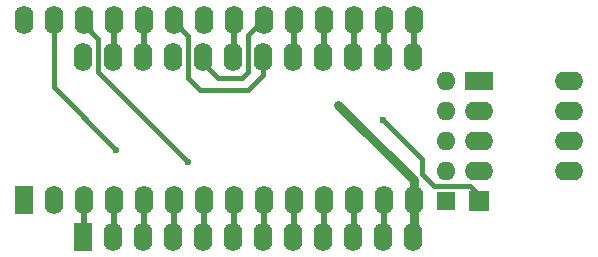
<source format=gbl>
G04 #@! TF.GenerationSoftware,KiCad,Pcbnew,(5.0.0)*
G04 #@! TF.CreationDate,2018-10-17T10:54:46-04:00*
G04 #@! TF.ProjectId,Multi-PET-ROM,4D756C74692D5045542D524F4D2E6B69,rev?*
G04 #@! TF.SameCoordinates,Original*
G04 #@! TF.FileFunction,Copper,L2,Bot,Signal*
G04 #@! TF.FilePolarity,Positive*
%FSLAX46Y46*%
G04 Gerber Fmt 4.6, Leading zero omitted, Abs format (unit mm)*
G04 Created by KiCad (PCBNEW (5.0.0)) date 10/17/18 10:54:46*
%MOMM*%
%LPD*%
G01*
G04 APERTURE LIST*
G04 #@! TA.AperFunction,ComponentPad*
%ADD10R,2.400000X1.600000*%
G04 #@! TD*
G04 #@! TA.AperFunction,ComponentPad*
%ADD11O,2.400000X1.600000*%
G04 #@! TD*
G04 #@! TA.AperFunction,ComponentPad*
%ADD12R,1.600000X2.400000*%
G04 #@! TD*
G04 #@! TA.AperFunction,ComponentPad*
%ADD13O,1.600000X2.400000*%
G04 #@! TD*
G04 #@! TA.AperFunction,ComponentPad*
%ADD14R,1.700000X1.700000*%
G04 #@! TD*
G04 #@! TA.AperFunction,ComponentPad*
%ADD15R,1.600000X1.600000*%
G04 #@! TD*
G04 #@! TA.AperFunction,ComponentPad*
%ADD16O,1.600000X1.600000*%
G04 #@! TD*
G04 #@! TA.AperFunction,ViaPad*
%ADD17C,0.600000*%
G04 #@! TD*
G04 #@! TA.AperFunction,Conductor*
%ADD18C,0.400000*%
G04 #@! TD*
G04 #@! TA.AperFunction,Conductor*
%ADD19C,0.300000*%
G04 #@! TD*
G04 #@! TA.AperFunction,Conductor*
%ADD20C,0.750000*%
G04 #@! TD*
G04 #@! TA.AperFunction,Conductor*
%ADD21C,0.500000*%
G04 #@! TD*
G04 APERTURE END LIST*
D10*
G04 #@! TO.P,SW1,1*
G04 #@! TO.N,A15*
X153162000Y-85090000D03*
D11*
G04 #@! TO.P,SW1,5*
G04 #@! TO.N,5V*
X160782000Y-92710000D03*
G04 #@! TO.P,SW1,2*
G04 #@! TO.N,A14*
X153162000Y-87630000D03*
G04 #@! TO.P,SW1,6*
G04 #@! TO.N,5V*
X160782000Y-90170000D03*
G04 #@! TO.P,SW1,3*
G04 #@! TO.N,A13*
X153162000Y-90170000D03*
G04 #@! TO.P,SW1,7*
G04 #@! TO.N,5V*
X160782000Y-87630000D03*
G04 #@! TO.P,SW1,4*
G04 #@! TO.N,A12*
X153162000Y-92710000D03*
G04 #@! TO.P,SW1,8*
G04 #@! TO.N,5V*
X160782000Y-85090000D03*
G04 #@! TD*
D12*
G04 #@! TO.P,U1,1*
G04 #@! TO.N,A7*
X119634000Y-98298000D03*
D13*
G04 #@! TO.P,U1,13*
G04 #@! TO.N,D3*
X147574000Y-83058000D03*
G04 #@! TO.P,U1,2*
G04 #@! TO.N,A6*
X122174000Y-98298000D03*
G04 #@! TO.P,U1,14*
G04 #@! TO.N,D4*
X145034000Y-83058000D03*
G04 #@! TO.P,U1,3*
G04 #@! TO.N,A5*
X124714000Y-98298000D03*
G04 #@! TO.P,U1,15*
G04 #@! TO.N,D5*
X142494000Y-83058000D03*
G04 #@! TO.P,U1,4*
G04 #@! TO.N,A4*
X127254000Y-98298000D03*
G04 #@! TO.P,U1,16*
G04 #@! TO.N,D6*
X139954000Y-83058000D03*
G04 #@! TO.P,U1,5*
G04 #@! TO.N,A3*
X129794000Y-98298000D03*
G04 #@! TO.P,U1,17*
G04 #@! TO.N,D7*
X137414000Y-83058000D03*
G04 #@! TO.P,U1,6*
G04 #@! TO.N,A2*
X132334000Y-98298000D03*
G04 #@! TO.P,U1,18*
G04 #@! TO.N,A11*
X134874000Y-83058000D03*
G04 #@! TO.P,U1,7*
G04 #@! TO.N,A1*
X134874000Y-98298000D03*
G04 #@! TO.P,U1,19*
G04 #@! TO.N,A10*
X132334000Y-83058000D03*
G04 #@! TO.P,U1,8*
G04 #@! TO.N,A0*
X137414000Y-98298000D03*
G04 #@! TO.P,U1,20*
G04 #@! TO.N,~CS*
X129794000Y-83058000D03*
G04 #@! TO.P,U1,9*
G04 #@! TO.N,D0*
X139954000Y-98298000D03*
G04 #@! TO.P,U1,21*
G04 #@! TO.N,N/C*
X127254000Y-83058000D03*
G04 #@! TO.P,U1,10*
G04 #@! TO.N,D1*
X142494000Y-98298000D03*
G04 #@! TO.P,U1,22*
G04 #@! TO.N,A9*
X124714000Y-83058000D03*
G04 #@! TO.P,U1,11*
G04 #@! TO.N,D2*
X145034000Y-98298000D03*
G04 #@! TO.P,U1,23*
G04 #@! TO.N,A8*
X122174000Y-83058000D03*
G04 #@! TO.P,U1,12*
G04 #@! TO.N,GND*
X147574000Y-98298000D03*
G04 #@! TO.P,U1,24*
G04 #@! TO.N,5V*
X119634000Y-83058000D03*
G04 #@! TD*
D12*
G04 #@! TO.P,U2,1*
G04 #@! TO.N,A15*
X114585750Y-95192850D03*
D13*
G04 #@! TO.P,U2,15*
G04 #@! TO.N,D3*
X147605750Y-79952850D03*
G04 #@! TO.P,U2,2*
G04 #@! TO.N,A12*
X117125750Y-95192850D03*
G04 #@! TO.P,U2,16*
G04 #@! TO.N,D4*
X145065750Y-79952850D03*
G04 #@! TO.P,U2,3*
G04 #@! TO.N,A7*
X119665750Y-95192850D03*
G04 #@! TO.P,U2,17*
G04 #@! TO.N,D5*
X142525750Y-79952850D03*
G04 #@! TO.P,U2,4*
G04 #@! TO.N,A6*
X122205750Y-95192850D03*
G04 #@! TO.P,U2,18*
G04 #@! TO.N,D6*
X139985750Y-79952850D03*
G04 #@! TO.P,U2,5*
G04 #@! TO.N,A5*
X124745750Y-95192850D03*
G04 #@! TO.P,U2,19*
G04 #@! TO.N,D7*
X137445750Y-79952850D03*
G04 #@! TO.P,U2,6*
G04 #@! TO.N,A4*
X127285750Y-95192850D03*
G04 #@! TO.P,U2,20*
G04 #@! TO.N,~CS*
X134905750Y-79952850D03*
G04 #@! TO.P,U2,7*
G04 #@! TO.N,A3*
X129825750Y-95192850D03*
G04 #@! TO.P,U2,21*
G04 #@! TO.N,A10*
X132365750Y-79952850D03*
G04 #@! TO.P,U2,8*
G04 #@! TO.N,A2*
X132365750Y-95192850D03*
G04 #@! TO.P,U2,22*
G04 #@! TO.N,GND*
X129825750Y-79952850D03*
G04 #@! TO.P,U2,9*
G04 #@! TO.N,A1*
X134905750Y-95192850D03*
G04 #@! TO.P,U2,23*
G04 #@! TO.N,A11*
X127285750Y-79952850D03*
G04 #@! TO.P,U2,10*
G04 #@! TO.N,A0*
X137445750Y-95192850D03*
G04 #@! TO.P,U2,24*
G04 #@! TO.N,A9*
X124745750Y-79952850D03*
G04 #@! TO.P,U2,11*
G04 #@! TO.N,D0*
X139985750Y-95192850D03*
G04 #@! TO.P,U2,25*
G04 #@! TO.N,A8*
X122205750Y-79952850D03*
G04 #@! TO.P,U2,12*
G04 #@! TO.N,D1*
X142525750Y-95192850D03*
G04 #@! TO.P,U2,26*
G04 #@! TO.N,A13*
X119665750Y-79952850D03*
G04 #@! TO.P,U2,13*
G04 #@! TO.N,D2*
X145065750Y-95192850D03*
G04 #@! TO.P,U2,27*
G04 #@! TO.N,A14*
X117125750Y-79952850D03*
G04 #@! TO.P,U2,14*
G04 #@! TO.N,GND*
X147605750Y-95192850D03*
G04 #@! TO.P,U2,28*
G04 #@! TO.N,5V*
X114585750Y-79952850D03*
G04 #@! TD*
D14*
G04 #@! TO.P,J1,1*
G04 #@! TO.N,5V*
X153162000Y-95250000D03*
G04 #@! TD*
D15*
G04 #@! TO.P,RN1,1*
G04 #@! TO.N,GND*
X150368000Y-95250000D03*
D16*
G04 #@! TO.P,RN1,2*
G04 #@! TO.N,A12*
X150368000Y-92710000D03*
G04 #@! TO.P,RN1,3*
G04 #@! TO.N,A13*
X150368000Y-90170000D03*
G04 #@! TO.P,RN1,4*
G04 #@! TO.N,A14*
X150368000Y-87630000D03*
G04 #@! TO.P,RN1,5*
G04 #@! TO.N,A15*
X150368000Y-85090000D03*
G04 #@! TD*
D17*
G04 #@! TO.N,5V*
X145034000Y-88392000D03*
G04 #@! TO.N,A13*
X128524000Y-91948000D03*
G04 #@! TO.N,A14*
X122428000Y-90932000D03*
G04 #@! TO.N,GND*
X141224000Y-87122000D03*
G04 #@! TD*
D18*
G04 #@! TO.N,~CS*
X129794000Y-83058000D02*
X129794000Y-83566000D01*
X133604000Y-81254600D02*
X134905750Y-79952850D01*
X133604000Y-84328000D02*
X133604000Y-81254600D01*
X133096000Y-84836000D02*
X133604000Y-84328000D01*
X131064000Y-84836000D02*
X133096000Y-84836000D01*
X129794000Y-83566000D02*
X131064000Y-84836000D01*
G04 #@! TO.N,5V*
X153162000Y-95250000D02*
X153162000Y-94742000D01*
X148336000Y-92964000D02*
X148336000Y-91694000D01*
X149352000Y-93980000D02*
X148336000Y-92964000D01*
X152400000Y-93980000D02*
X149352000Y-93980000D01*
X153162000Y-94742000D02*
X152400000Y-93980000D01*
X148336000Y-91694000D02*
X145034000Y-88392000D01*
G04 #@! TO.N,A13*
X119665750Y-79952850D02*
X119665750Y-80295750D01*
X121920000Y-85344000D02*
X120904000Y-84328000D01*
X121920000Y-85344000D02*
X128524000Y-91948000D01*
X120904000Y-81534000D02*
X120904000Y-84328000D01*
X119665750Y-80295750D02*
X120904000Y-81534000D01*
G04 #@! TO.N,A14*
X117125750Y-79952850D02*
X117125750Y-85629750D01*
X117125750Y-85629750D02*
X122428000Y-90932000D01*
D19*
G04 #@! TO.N,GND*
X150345140Y-95227140D02*
X150368000Y-95250000D01*
D20*
X147605750Y-95192850D02*
X147605750Y-98266250D01*
D21*
X147605750Y-98266250D02*
X147574000Y-98298000D01*
D20*
X147605750Y-95192850D02*
X147605750Y-93503750D01*
X147605750Y-93503750D02*
X141224000Y-87122000D01*
D21*
G04 #@! TO.N,A7*
X119665750Y-95192850D02*
X119665750Y-98266250D01*
X119665750Y-98266250D02*
X119634000Y-98298000D01*
G04 #@! TO.N,D3*
X147605750Y-79952850D02*
X147605750Y-83026250D01*
X147605750Y-83026250D02*
X147574000Y-83058000D01*
G04 #@! TO.N,A6*
X122205750Y-95192850D02*
X122205750Y-98266250D01*
X122205750Y-98266250D02*
X122174000Y-98298000D01*
G04 #@! TO.N,D4*
X145065750Y-79952850D02*
X145065750Y-83026250D01*
X145065750Y-83026250D02*
X145034000Y-83058000D01*
G04 #@! TO.N,A5*
X124745750Y-95192850D02*
X124745750Y-98266250D01*
X124745750Y-98266250D02*
X124714000Y-98298000D01*
G04 #@! TO.N,D5*
X142525750Y-79952850D02*
X142525750Y-83026250D01*
X142525750Y-83026250D02*
X142494000Y-83058000D01*
G04 #@! TO.N,A4*
X127285750Y-95192850D02*
X127285750Y-98266250D01*
X127285750Y-98266250D02*
X127254000Y-98298000D01*
G04 #@! TO.N,D6*
X139985750Y-79952850D02*
X139985750Y-83026250D01*
X139985750Y-83026250D02*
X139954000Y-83058000D01*
G04 #@! TO.N,A3*
X129825750Y-95192850D02*
X129825750Y-98266250D01*
X129825750Y-98266250D02*
X129794000Y-98298000D01*
G04 #@! TO.N,D7*
X137445750Y-79952850D02*
X137445750Y-83026250D01*
X137445750Y-83026250D02*
X137414000Y-83058000D01*
G04 #@! TO.N,A2*
X132365750Y-95192850D02*
X132365750Y-98266250D01*
X132365750Y-98266250D02*
X132334000Y-98298000D01*
D18*
G04 #@! TO.N,A11*
X127285750Y-79952850D02*
X127285750Y-80041750D01*
X134874000Y-84582000D02*
X134874000Y-83058000D01*
X133604000Y-85852000D02*
X134874000Y-84582000D01*
X129540000Y-85852000D02*
X133604000Y-85852000D01*
X128524000Y-84836000D02*
X129540000Y-85852000D01*
X128524000Y-81280000D02*
X128524000Y-84836000D01*
X127285750Y-80041750D02*
X128524000Y-81280000D01*
D21*
G04 #@! TO.N,A1*
X134905750Y-95192850D02*
X134905750Y-98266250D01*
X134905750Y-98266250D02*
X134874000Y-98298000D01*
G04 #@! TO.N,A10*
X132365750Y-79952850D02*
X132365750Y-83026250D01*
X132365750Y-83026250D02*
X132334000Y-83058000D01*
G04 #@! TO.N,A0*
X137445750Y-95192850D02*
X137445750Y-98266250D01*
X137445750Y-98266250D02*
X137414000Y-98298000D01*
G04 #@! TO.N,D0*
X139985750Y-95192850D02*
X139985750Y-98266250D01*
X139985750Y-98266250D02*
X139954000Y-98298000D01*
G04 #@! TO.N,D1*
X142525750Y-95192850D02*
X142525750Y-98266250D01*
X142525750Y-98266250D02*
X142494000Y-98298000D01*
G04 #@! TO.N,A9*
X124745750Y-79952850D02*
X124745750Y-83026250D01*
X124745750Y-83026250D02*
X124714000Y-83058000D01*
G04 #@! TO.N,D2*
X145065750Y-95192850D02*
X145065750Y-98266250D01*
X145065750Y-98266250D02*
X145034000Y-98298000D01*
G04 #@! TO.N,A8*
X122205750Y-79952850D02*
X122205750Y-83026250D01*
X122205750Y-83026250D02*
X122174000Y-83058000D01*
G04 #@! TD*
M02*

</source>
